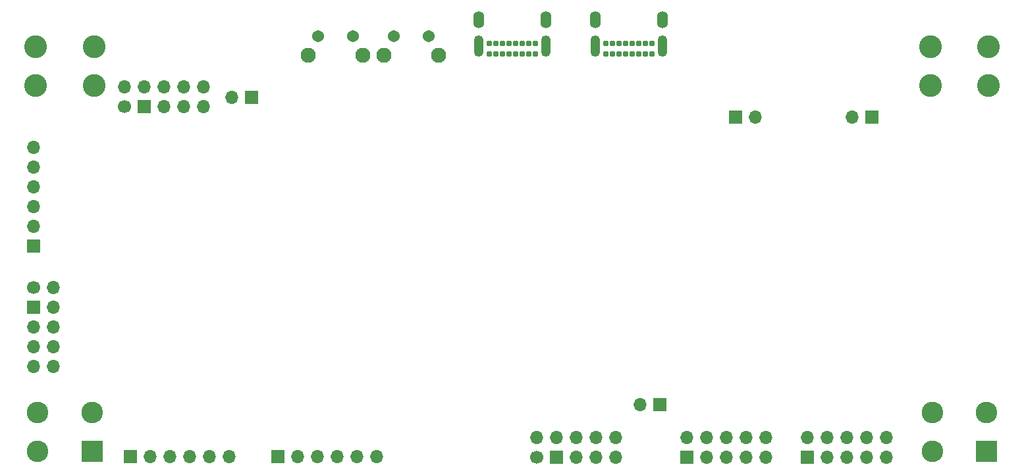
<source format=gbs>
G04 #@! TF.GenerationSoftware,KiCad,Pcbnew,8.0.4*
G04 #@! TF.CreationDate,2024-08-23T16:04:33+02:00*
G04 #@! TF.ProjectId,MCU Powerboard,4d435520-506f-4776-9572-626f6172642e,rev?*
G04 #@! TF.SameCoordinates,Original*
G04 #@! TF.FileFunction,Soldermask,Bot*
G04 #@! TF.FilePolarity,Negative*
%FSLAX46Y46*%
G04 Gerber Fmt 4.6, Leading zero omitted, Abs format (unit mm)*
G04 Created by KiCad (PCBNEW 8.0.4) date 2024-08-23 16:04:33*
%MOMM*%
%LPD*%
G01*
G04 APERTURE LIST*
%ADD10C,1.700000*%
%ADD11O,1.700000X1.700000*%
%ADD12R,1.700000X1.700000*%
%ADD13C,2.925000*%
%ADD14C,0.790000*%
%ADD15O,1.400000X2.200000*%
%ADD16O,1.260000X2.760000*%
%ADD17C,1.540000*%
%ADD18C,1.950000*%
%ADD19R,2.775000X2.775000*%
%ADD20C,2.775000*%
G04 APERTURE END LIST*
D10*
X98675000Y-77900000D03*
D11*
X98675000Y-75360000D03*
D12*
X101215000Y-77900000D03*
D11*
X101215000Y-75360000D03*
X103755000Y-77900000D03*
X103755000Y-75360000D03*
X106295000Y-77900000D03*
X106295000Y-75360000D03*
X108835000Y-77900000D03*
X108835000Y-75360000D03*
D12*
X170925000Y-123025000D03*
D11*
X170925000Y-120485000D03*
X173465000Y-123025000D03*
X173465000Y-120485000D03*
X176005000Y-123025000D03*
X176005000Y-120485000D03*
X178545000Y-123025000D03*
X178545000Y-120485000D03*
X181085000Y-123025000D03*
X181085000Y-120485000D03*
D13*
X87250000Y-70250000D03*
X94750000Y-70250000D03*
X87250000Y-75250000D03*
X94750000Y-75250000D03*
D14*
X166475000Y-71110000D03*
X165625000Y-71110000D03*
X164775000Y-71110000D03*
X163925000Y-71110000D03*
X163075000Y-71110000D03*
X162225000Y-71110000D03*
X161375000Y-71110000D03*
X160525000Y-71110000D03*
X160525000Y-69760000D03*
X161375000Y-69760000D03*
X162225000Y-69760000D03*
X163075000Y-69760000D03*
X163925000Y-69760000D03*
X164775000Y-69760000D03*
X165625000Y-69760000D03*
X166475000Y-69760000D03*
D15*
X167825000Y-66750000D03*
X159175000Y-66750000D03*
D16*
X167825000Y-70130000D03*
X159175000Y-70130000D03*
D12*
X99400000Y-123000000D03*
D11*
X101940000Y-123000000D03*
X104480000Y-123000000D03*
X107020000Y-123000000D03*
X109560000Y-123000000D03*
X112100000Y-123000000D03*
D14*
X151475000Y-71110000D03*
X150625000Y-71110000D03*
X149775000Y-71110000D03*
X148925000Y-71110000D03*
X148075000Y-71110000D03*
X147225000Y-71110000D03*
X146375000Y-71110000D03*
X145525000Y-71110000D03*
X145525000Y-69760000D03*
X146375000Y-69760000D03*
X147225000Y-69760000D03*
X148075000Y-69760000D03*
X148925000Y-69760000D03*
X149775000Y-69760000D03*
X150625000Y-69760000D03*
X151475000Y-69760000D03*
D15*
X152825000Y-66750000D03*
X144175000Y-66750000D03*
D16*
X152825000Y-70130000D03*
X144175000Y-70130000D03*
D13*
X202250000Y-70250000D03*
X209750000Y-70250000D03*
X202250000Y-75250000D03*
X209750000Y-75250000D03*
D12*
X186425000Y-123025000D03*
D11*
X186425000Y-120485000D03*
X188965000Y-123025000D03*
X188965000Y-120485000D03*
X191505000Y-123025000D03*
X191505000Y-120485000D03*
X194045000Y-123025000D03*
X194045000Y-120485000D03*
X196585000Y-123025000D03*
X196585000Y-120485000D03*
D12*
X115025000Y-76750000D03*
D11*
X112485000Y-76750000D03*
D17*
X128027500Y-68854500D03*
X123527500Y-68854500D03*
D18*
X129282500Y-71344500D03*
X122272500Y-71344500D03*
D12*
X194775000Y-79250000D03*
D11*
X192235000Y-79250000D03*
D17*
X137777500Y-68854500D03*
X133277500Y-68854500D03*
D18*
X139032500Y-71344500D03*
X132022500Y-71344500D03*
D12*
X177225000Y-79250000D03*
D11*
X179765000Y-79250000D03*
D10*
X86975000Y-101175000D03*
D11*
X89515000Y-101175000D03*
D12*
X86975000Y-103715000D03*
D11*
X89515000Y-103715000D03*
X86975000Y-106255000D03*
X89515000Y-106255000D03*
X86975000Y-108795000D03*
X89515000Y-108795000D03*
X86975000Y-111335000D03*
X89515000Y-111335000D03*
D12*
X118400000Y-123000000D03*
D11*
X120940000Y-123000000D03*
X123480000Y-123000000D03*
X126020000Y-123000000D03*
X128560000Y-123000000D03*
X131100000Y-123000000D03*
D12*
X87000000Y-95850000D03*
D11*
X87000000Y-93310000D03*
X87000000Y-90770000D03*
X87000000Y-88230000D03*
X87000000Y-85690000D03*
X87000000Y-83150000D03*
D10*
X151675000Y-123025000D03*
D11*
X151675000Y-120485000D03*
D12*
X154215000Y-123025000D03*
D11*
X154215000Y-120485000D03*
X156755000Y-123025000D03*
X156755000Y-120485000D03*
X159295000Y-123025000D03*
X159295000Y-120485000D03*
X161835000Y-123025000D03*
X161835000Y-120485000D03*
D12*
X167525000Y-116250000D03*
D11*
X164985000Y-116250000D03*
D19*
X209499500Y-122250000D03*
D20*
X202499500Y-122250000D03*
X202499500Y-117250000D03*
X209499500Y-117250000D03*
D19*
X94499500Y-122250000D03*
D20*
X87499500Y-122250000D03*
X87499500Y-117250000D03*
X94499500Y-117250000D03*
M02*

</source>
